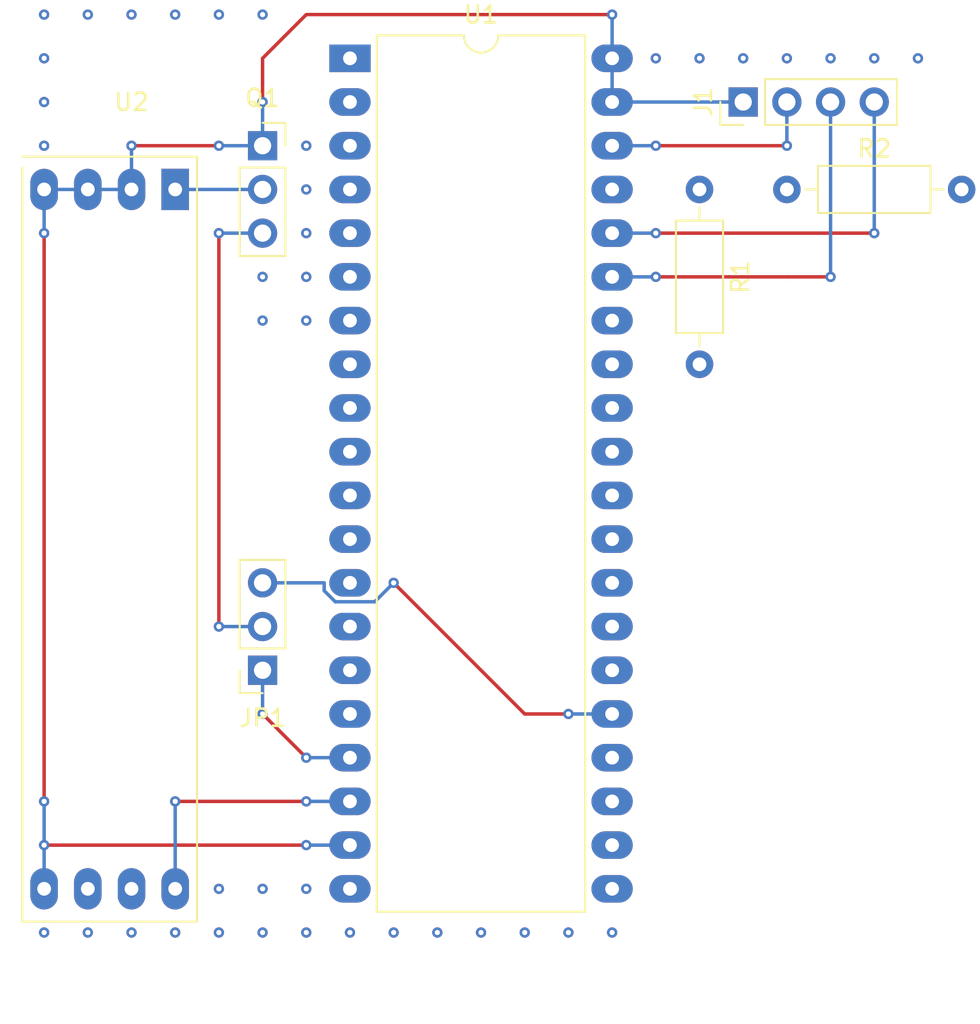
<source format=kicad_pcb>
(kicad_pcb (version 20240108) (generator "pcbnew") (generator_version "8.0")
  (layers (0 "F.Cu" signal) (31 "B.Cu" signal) (34 "B.Paste" user) (35 "F.Paste" user) (36 "B.SilkS" user "B.Silkscreen") (37 "F.SilkS" user "F.Silkscreen") (38 "B.Mask" user) (39 "F.Mask" user) (44 "Edge.Cuts" user))
  (net 0 "")
  (net 1 "Net-(JP1-A)")
  (net 2 "Net-(JP1-C)")
  (net 3 "Net-(JP1-B)")
  (net 4 "Net-(Q1-G)")
  (net 22 "Net-(U1-5V)")
  (net 39 "GND")
  (net 40 "Net-(J1-Pin_4)")
  (net 41 "Net-(J1-Pin_2)")
  (net 42 "Net-(J1-Pin_3)")
  (footprint "Connector_PinSocket_2.54mm:PinSocket_1x03_P2.54mm_Vertical" (layer "F.Cu") (at 111.76 43.18)
    (property "Reference" "Q1" (at 0 -2.77 0) (layer "F.SilkS"))
    (property "Value" "2N7000")
    (fp_line (start -1.33 1.27) (end -1.33 6.41) (stroke (width 0.12)) (layer "F.SilkS"))
    (fp_line (start -1.33 1.27) (end 1.33 1.27) (stroke (width 0.12)) (layer "F.SilkS"))
    (fp_line (start -1.33 6.41) (end 1.33 6.41) (stroke (width 0.12)) (layer "F.SilkS"))
    (fp_line (start 0 -1.33) (end 1.33 -1.33) (stroke (width 0.12)) (layer "F.SilkS"))
    (fp_line (start 1.33 -1.33) (end 1.33 0) (stroke (width 0.12)) (layer "F.SilkS"))
    (fp_line (start 1.33 1.27) (end 1.33 6.41) (stroke (width 0.12)) (layer "F.SilkS"))
    (pad "1" thru_hole rect (at 0 0) (size 1.7 1.7) (drill 1) (layers "*.Cu" "*.Mask") (net 39 "GND"))
    (pad "2" thru_hole oval (at 0 2.54) (size 1.7 1.7) (drill 1) (layers "*.Cu" "*.Mask") (net 4 "Net-(Q1-G)"))
    (pad "3" thru_hole oval (at 0 5.08) (size 1.7 1.7) (drill 1) (layers "*.Cu" "*.Mask") (net 2 "Net-(JP1-C)"))
  )
  (footprint "Connector_PinHeader_2.54mm:PinHeader_1x04_P2.54mm_Vertical" (layer "F.Cu") (at 139.7 40.64 90)
    (property "Reference" "J1" (at 0 -2.33 90) (layer "F.SilkS"))
    (property "Value" "Conn_01x04")
    (fp_line (start -1.33 -1.33) (end 0 -1.33) (stroke (width 0.12)) (layer "F.SilkS"))
    (fp_line (start -1.33 0) (end -1.33 -1.33) (stroke (width 0.12)) (layer "F.SilkS"))
    (fp_line (start 1.33 1.27) (end 1.33 8.95) (stroke (width 0.12)) (layer "F.SilkS"))
    (fp_line (start -1.33 1.27) (end 1.33 1.27) (stroke (width 0.12)) (layer "F.SilkS"))
    (fp_line (start -1.33 1.27) (end -1.33 8.95) (stroke (width 0.12)) (layer "F.SilkS"))
    (fp_line (start -1.33 8.95) (end 1.33 8.95) (stroke (width 0.12)) (layer "F.SilkS"))
    (pad "1" thru_hole rect (at 0 0 90) (size 1.7 1.7) (drill 1) (layers "*.Cu" "*.Mask") (net 39 "GND"))
    (pad "2" thru_hole oval (at 0 2.54 90) (size 1.7 1.7) (drill 1) (layers "*.Cu" "*.Mask") (net 41 "Net-(J1-Pin_2)"))
    (pad "3" thru_hole oval (at 0 5.08 90) (size 1.7 1.7) (drill 1) (layers "*.Cu" "*.Mask") (net 42 "Net-(J1-Pin_3)"))
    (pad "4" thru_hole oval (at 0 7.62 90) (size 1.7 1.7) (drill 1) (layers "*.Cu" "*.Mask") (net 40 "Net-(J1-Pin_4)"))
  )
  (footprint "Resistor_THT:R_Axial_DIN0207_L6.3mm_D2.5mm_P10.16mm_Horizontal" (layer "F.Cu") (at 137.16 45.72 -90)
    (property "Reference" "R1" (at 5.08 -2.37 90) (layer "F.SilkS"))
    (property "Value" "3k3")
    (fp_line (start 1.81 1.37) (end 8.35 1.37) (stroke (width 0.12)) (layer "F.SilkS"))
    (fp_line (start 8.35 1.37) (end 8.35 -1.37) (stroke (width 0.12)) (layer "F.SilkS"))
    (fp_line (start 1.04 0) (end 1.81 0) (stroke (width 0.12)) (layer "F.SilkS"))
    (fp_line (start 9.12 0) (end 8.35 0) (stroke (width 0.12)) (layer "F.SilkS"))
    (fp_line (start 1.81 -1.37) (end 1.81 1.37) (stroke (width 0.12)) (layer "F.SilkS"))
    (fp_line (start 8.35 -1.37) (end 1.81 -1.37) (stroke (width 0.12)) (layer "F.SilkS"))
    (pad "1" thru_hole circle (at 0 0 270) (size 1.6 1.6) (drill 0.8) (layers "*.Cu" "*.Mask") (net 41 "Net-(J1-Pin_2)"))
    (pad "2" thru_hole oval (at 10.16 0 270) (size 1.6 1.6) (drill 0.8) (layers "*.Cu" "*.Mask") (net 40 "Net-(J1-Pin_4)"))
  )
  (footprint "stm32_ltc_decoder:BluePill (STM32F103C8T6)" (layer "F.Cu") (at 124.46 35.56)
    (property "Reference" "U1" (at 0 0 0) (layer "F.SilkS"))
    (property "Value" "~")
    (fp_line (start -6.06 1.21) (end -6.06 52.13) (stroke (width 0.12)) (layer "F.SilkS"))
    (fp_line (start -6.06 52.13) (end 6.06 52.13) (stroke (width 0.12)) (layer "F.SilkS"))
    (fp_line (start -1 1.21) (end -6.06 1.21) (stroke (width 0.12)) (layer "F.SilkS"))
    (fp_line (start 6.06 1.21) (end 1 1.21) (stroke (width 0.12)) (layer "F.SilkS"))
    (fp_line (start 6.06 52.13) (end 6.06 1.21) (stroke (width 0.12)) (layer "F.SilkS"))
    (fp_arc (start 1 1.21) (mid 0 2.21) (end -1 1.21) (stroke (width 0.12)) (layer "F.SilkS"))
    (pad "1" thru_hole rect (at -7.62 2.54) (size 2.4 1.6) (drill 0.8) (layers "*.Cu" "*.Mask"))
    (pad "2" thru_hole oval (at -7.62 5.08) (size 2.4 1.6) (drill 0.8) (layers "*.Cu" "*.Mask"))
    (pad "3" thru_hole oval (at -7.62 7.62) (size 2.4 1.6) (drill 0.8) (layers "*.Cu" "*.Mask"))
    (pad "4" thru_hole oval (at -7.62 10.16) (size 2.4 1.6) (drill 0.8) (layers "*.Cu" "*.Mask"))
    (pad "5" thru_hole oval (at -7.62 12.7) (size 2.4 1.6) (drill 0.8) (layers "*.Cu" "*.Mask"))
    (pad "6" thru_hole oval (at -7.62 15.24) (size 2.4 1.6) (drill 0.8) (layers "*.Cu" "*.Mask"))
    (pad "7" thru_hole oval (at -7.62 17.78) (size 2.4 1.6) (drill 0.8) (layers "*.Cu" "*.Mask"))
    (pad "8" thru_hole oval (at -7.62 20.32) (size 2.4 1.6) (drill 0.8) (layers "*.Cu" "*.Mask"))
    (pad "9" thru_hole oval (at -7.62 22.86) (size 2.4 1.6) (drill 0.8) (layers "*.Cu" "*.Mask"))
    (pad "10" thru_hole oval (at -7.62 25.4) (size 2.4 1.6) (drill 0.8) (layers "*.Cu" "*.Mask"))
    (pad "11" thru_hole oval (at -7.62 27.94) (size 2.4 1.6) (drill 0.8) (layers "*.Cu" "*.Mask"))
    (pad "12" thru_hole oval (at -7.62 30.48) (size 2.4 1.6) (drill 0.8) (layers "*.Cu" "*.Mask"))
    (pad "13" thru_hole oval (at -7.62 33.02) (size 2.4 1.6) (drill 0.8) (layers "*.Cu" "*.Mask"))
    (pad "14" thru_hole oval (at -7.62 35.56) (size 2.4 1.6) (drill 0.8) (layers "*.Cu" "*.Mask"))
    (pad "15" thru_hole oval (at -7.62 38.1) (size 2.4 1.6) (drill 0.8) (layers "*.Cu" "*.Mask"))
    (pad "16" thru_hole oval (at -7.62 40.64) (size 2.4 1.6) (drill 0.8) (layers "*.Cu" "*.Mask"))
    (pad "17" thru_hole oval (at -7.62 43.18) (size 2.4 1.6) (drill 0.8) (layers "*.Cu" "*.Mask") (net 1 "Net-(JP1-A)"))
    (pad "18" thru_hole oval (at -7.62 45.72) (size 2.4 1.6) (drill 0.8) (layers "*.Cu" "*.Mask") (net 22 "Net-(U1-5V)"))
    (pad "19" thru_hole oval (at -7.62 48.26) (size 2.4 1.6) (drill 0.8) (layers "*.Cu" "*.Mask") (net 39 "GND"))
    (pad "20" thru_hole oval (at -7.62 50.8) (size 2.4 1.6) (drill 0.8) (layers "*.Cu" "*.Mask"))
    (pad "21" thru_hole oval (at 7.62 50.8) (size 2.4 1.6) (drill 0.8) (layers "*.Cu" "*.Mask"))
    (pad "22" thru_hole oval (at 7.62 48.26) (size 2.4 1.6) (drill 0.8) (layers "*.Cu" "*.Mask"))
    (pad "23" thru_hole oval (at 7.62 45.72) (size 2.4 1.6) (drill 0.8) (layers "*.Cu" "*.Mask"))
    (pad "24" thru_hole oval (at 7.62 43.18) (size 2.4 1.6) (drill 0.8) (layers "*.Cu" "*.Mask"))
    (pad "25" thru_hole oval (at 7.62 40.64) (size 2.4 1.6) (drill 0.8) (layers "*.Cu" "*.Mask") (net 3 "Net-(JP1-B)"))
    (pad "26" thru_hole oval (at 7.62 38.1) (size 2.4 1.6) (drill 0.8) (layers "*.Cu" "*.Mask"))
    (pad "27" thru_hole oval (at 7.62 35.56) (size 2.4 1.6) (drill 0.8) (layers "*.Cu" "*.Mask"))
    (pad "28" thru_hole oval (at 7.62 33.02) (size 2.4 1.6) (drill 0.8) (layers "*.Cu" "*.Mask"))
    (pad "29" thru_hole oval (at 7.62 30.48) (size 2.4 1.6) (drill 0.8) (layers "*.Cu" "*.Mask"))
    (pad "30" thru_hole oval (at 7.62 27.94) (size 2.4 1.6) (drill 0.8) (layers "*.Cu" "*.Mask"))
    (pad "31" thru_hole oval (at 7.62 25.4) (size 2.4 1.6) (drill 0.8) (layers "*.Cu" "*.Mask"))
    (pad "32" thru_hole oval (at 7.62 22.86) (size 2.4 1.6) (drill 0.8) (layers "*.Cu" "*.Mask"))
    (pad "33" thru_hole oval (at 7.62 20.32) (size 2.4 1.6) (drill 0.8) (layers "*.Cu" "*.Mask"))
    (pad "34" thru_hole oval (at 7.62 17.78) (size 2.4 1.6) (drill 0.8) (layers "*.Cu" "*.Mask"))
    (pad "35" thru_hole oval (at 7.62 15.24) (size 2.4 1.6) (drill 0.8) (layers "*.Cu" "*.Mask") (net 42 "Net-(J1-Pin_3)"))
    (pad "36" thru_hole oval (at 7.62 12.7) (size 2.4 1.6) (drill 0.8) (layers "*.Cu" "*.Mask") (net 40 "Net-(J1-Pin_4)"))
    (pad "37" thru_hole oval (at 7.62 10.16) (size 2.4 1.6) (drill 0.8) (layers "*.Cu" "*.Mask"))
    (pad "38" thru_hole oval (at 7.62 7.62) (size 2.4 1.6) (drill 0.8) (layers "*.Cu" "*.Mask") (net 41 "Net-(J1-Pin_2)"))
    (pad "39" thru_hole oval (at 7.62 5.08) (size 2.4 1.6) (drill 0.8) (layers "*.Cu" "*.Mask") (net 39 "GND"))
    (pad "40" thru_hole oval (at 7.62 2.54) (size 2.4 1.6) (drill 0.8) (layers "*.Cu" "*.Mask") (net 39 "GND"))
  )
  (footprint "Resistor_THT:R_Axial_DIN0207_L6.3mm_D2.5mm_P10.16mm_Horizontal" (layer "F.Cu") (at 142.24 45.72)
    (property "Reference" "R2" (at 5.08 -2.37 360) (layer "F.SilkS"))
    (property "Value" "3k3")
    (fp_line (start 1.04 0) (end 1.81 0) (stroke (width 0.12)) (layer "F.SilkS"))
    (fp_line (start 1.81 -1.37) (end 1.81 1.37) (stroke (width 0.12)) (layer "F.SilkS"))
    (fp_line (start 1.81 1.37) (end 8.35 1.37) (stroke (width 0.12)) (layer "F.SilkS"))
    (fp_line (start 8.35 -1.37) (end 1.81 -1.37) (stroke (width 0.12)) (layer "F.SilkS"))
    (fp_line (start 8.35 1.37) (end 8.35 -1.37) (stroke (width 0.12)) (layer "F.SilkS"))
    (fp_line (start 9.12 0) (end 8.35 0) (stroke (width 0.12)) (layer "F.SilkS"))
    (pad "1" thru_hole circle (at 0 0) (size 1.6 1.6) (drill 0.8) (layers "*.Cu" "*.Mask") (net 41 "Net-(J1-Pin_2)"))
    (pad "2" thru_hole oval (at 10.16 0) (size 1.6 1.6) (drill 0.8) (layers "*.Cu" "*.Mask") (net 42 "Net-(J1-Pin_3)"))
  )
  (footprint "stm32_ltc_decoder:RS485_MODULE" (layer "F.Cu") (at 104.14 40.64)
    (property "Reference" "U2" (at 0 0 0) (layer "F.SilkS"))
    (property "Value" "~")
    (fp_line (start -6.35 3.81) (end -6.35 47.625) (stroke (width 0.12)) (layer "F.SilkS"))
    (fp_line (start -6.35 47.625) (end 3.81 47.625) (stroke (width 0.12)) (layer "F.SilkS"))
    (fp_line (start 3.81 3.175) (end -6.35 3.175) (stroke (width 0.12)) (layer "F.SilkS"))
    (fp_line (start 3.81 47.625) (end 3.81 3.175) (stroke (width 0.12)) (layer "F.SilkS"))
    (pad "1" thru_hole rect (at 2.54 5.08 270) (size 2.4 1.6) (drill 0.8) (layers "*.Cu" "*.Mask") (net 4 "Net-(Q1-G)"))
    (pad "2" thru_hole oval (at 0 5.08 90) (size 2.4 1.6) (drill 0.8) (layers "*.Cu" "*.Mask") (net 39 "GND"))
    (pad "3" thru_hole oval (at -2.54 5.08 270) (size 2.4 1.6) (drill 0.8) (layers "*.Cu" "*.Mask") (net 39 "GND"))
    (pad "4" thru_hole oval (at -5.08 5.08 90) (size 2.4 1.6) (drill 0.8) (layers "*.Cu" "*.Mask") (net 39 "GND"))
    (pad "5" thru_hole oval (at -5.08 45.72 90) (size 2.4 1.6) (drill 0.8) (layers "*.Cu" "*.Mask") (net 39 "GND"))
    (pad "6" thru_hole oval (at -2.54 45.72 90) (size 2.4 1.6) (drill 0.8) (layers "*.Cu" "*.Mask"))
    (pad "7" thru_hole oval (at 0 45.72 90) (size 2.4 1.6) (drill 0.8) (layers "*.Cu" "*.Mask"))
    (pad "8" thru_hole oval (at 2.54 45.72 90) (size 2.4 1.6) (drill 0.8) (layers "*.Cu" "*.Mask") (net 22 "Net-(U1-5V)"))
  )
  (footprint "Connector_PinSocket_2.54mm:PinSocket_1x03_P2.54mm_Vertical" (layer "F.Cu") (at 111.76 73.66 180)
    (property "Reference" "JP1" (at 0 -2.77 0) (layer "F.SilkS"))
    (property "Value" "Jumper_3_Bridged12")
    (fp_line (start 1.33 1.27) (end 1.33 6.41) (stroke (width 0.12)) (layer "F.SilkS"))
    (fp_line (start 1.33 -1.33) (end 1.33 0) (stroke (width 0.12)) (layer "F.SilkS"))
    (fp_line (start 0 -1.33) (end 1.33 -1.33) (stroke (width 0.12)) (layer "F.SilkS"))
    (fp_line (start -1.33 6.41) (end 1.33 6.41) (stroke (width 0.12)) (layer "F.SilkS"))
    (fp_line (start -1.33 1.27) (end 1.33 1.27) (stroke (width 0.12)) (layer "F.SilkS"))
    (fp_line (start -1.33 1.27) (end -1.33 6.41) (stroke (width 0.12)) (layer "F.SilkS"))
    (pad "1" thru_hole rect (at 0 0 180) (size 1.7 1.7) (drill 1) (layers "*.Cu" "*.Mask") (net 1 "Net-(JP1-A)"))
    (pad "2" thru_hole oval (at 0 2.54 180) (size 1.7 1.7) (drill 1) (layers "*.Cu" "*.Mask") (net 2 "Net-(JP1-C)"))
    (pad "3" thru_hole oval (at 0 5.08 180) (size 1.7 1.7) (drill 1) (layers "*.Cu" "*.Mask") (net 3 "Net-(JP1-B)"))
  )
  (via (at 114.3 50.8) (size 0.6) (drill 0.3) (layers "F.Cu" "B.Cu") (net 0))
  (via (at 101.6 35.56) (size 0.6) (drill 0.3) (layers "F.Cu" "B.Cu") (net 0))
  (via (at 142.24 38.1) (size 0.6) (drill 0.3) (layers "F.Cu" "B.Cu") (net 0))
  (via (at 111.76 53.34) (size 0.6) (drill 0.3) (layers "F.Cu" "B.Cu") (net 0))
  (via (at 109.22 88.9) (size 0.6) (drill 0.3) (layers "F.Cu" "B.Cu") (net 0))
  (via (at 109.22 86.36) (size 0.6) (drill 0.3) (layers "F.Cu" "B.Cu") (net 0))
  (via (at 114.3 45.72) (size 0.6) (drill 0.3) (layers "F.Cu" "B.Cu") (net 0))
  (via (at 114.3 88.9) (size 0.6) (drill 0.3) (layers "F.Cu" "B.Cu") (net 0))
  (via (at 104.14 88.9) (size 0.6) (drill 0.3) (layers "F.Cu" "B.Cu") (net 0))
  (via (at 149.86 38.1) (size 0.6) (drill 0.3) (layers "F.Cu" "B.Cu") (net 0))
  (via (at 101.6 88.9) (size 0.6) (drill 0.3) (layers "F.Cu" "B.Cu") (net 0))
  (via (at 116.84 88.9) (size 0.6) (drill 0.3) (layers "F.Cu" "B.Cu") (net 0))
  (via (at 111.76 35.56) (size 0.6) (drill 0.3) (layers "F.Cu" "B.Cu") (net 0))
  (via (at 99.06 88.9) (size 0.6) (drill 0.3) (layers "F.Cu" "B.Cu") (net 0))
  (via (at 144.78 38.1) (size 0.6) (drill 0.3) (layers "F.Cu" "B.Cu") (net 0))
  (via (at 106.68 88.9) (size 0.6) (drill 0.3) (layers "F.Cu" "B.Cu") (net 0))
  (via (at 111.76 86.36) (size 0.6) (drill 0.3) (layers "F.Cu" "B.Cu") (net 0))
  (via (at 129.54 88.9) (size 0.6) (drill 0.3) (layers "F.Cu" "B.Cu") (net 0))
  (via (at 134.62 38.1) (size 0.6) (drill 0.3) (layers "F.Cu" "B.Cu") (net 0))
  (via (at 99.06 38.1) (size 0.6) (drill 0.3) (layers "F.Cu" "B.Cu") (net 0))
  (via (at 139.7 38.1) (size 0.6) (drill 0.3) (layers "F.Cu" "B.Cu") (net 0))
  (via (at 132.08 88.9) (size 0.6) (drill 0.3) (layers "F.Cu" "B.Cu") (net 0))
  (via (at 124.46 88.9) (size 0.6) (drill 0.3) (layers "F.Cu" "B.Cu") (net 0))
  (via (at 106.68 35.56) (size 0.6) (drill 0.3) (layers "F.Cu" "B.Cu") (net 0))
  (via (at 111.76 50.8) (size 0.6) (drill 0.3) (layers "F.Cu" "B.Cu") (net 0))
  (via (at 137.16 38.1) (size 0.6) (drill 0.3) (layers "F.Cu" "B.Cu") (net 0))
  (via (at 147.32 38.1) (size 0.6) (drill 0.3) (layers "F.Cu" "B.Cu") (net 0))
  (via (at 114.3 48.26) (size 0.6) (drill 0.3) (layers "F.Cu" "B.Cu") (net 0))
  (via (at 99.06 43.18) (size 0.6) (drill 0.3) (layers "F.Cu" "B.Cu") (net 0))
  (via (at 119.38 88.9) (size 0.6) (drill 0.3) (layers "F.Cu" "B.Cu") (net 0))
  (via (at 114.3 86.36) (size 0.6) (drill 0.3) (layers "F.Cu" "B.Cu") (net 0))
  (via (at 114.3 53.34) (size 0.6) (drill 0.3) (layers "F.Cu" "B.Cu") (net 0))
  (via (at 104.14 35.56) (size 0.6) (drill 0.3) (layers "F.Cu" "B.Cu") (net 0))
  (via (at 127 88.9) (size 0.6) (drill 0.3) (layers "F.Cu" "B.Cu") (net 0))
  (via (at 109.22 35.56) (size 0.6) (drill 0.3) (layers "F.Cu" "B.Cu") (net 0))
  (via (at 121.92 88.9) (size 0.6) (drill 0.3) (layers "F.Cu" "B.Cu") (net 0))
  (via (at 99.06 40.64) (size 0.6) (drill 0.3) (layers "F.Cu" "B.Cu") (net 0))
  (via (at 99.06 35.56) (size 0.6) (drill 0.3) (layers "F.Cu" "B.Cu") (net 0))
  (via (at 114.3 43.18) (size 0.6) (drill 0.3) (layers "F.Cu" "B.Cu") (net 0))
  (via (at 111.76 88.9) (size 0.6) (drill 0.3) (layers "F.Cu" "B.Cu") (net 0))
  (segment (start 114.3 78.74) (end 111.76 76.2) (width 0.2) (layer "F.Cu") (net 1))
  (via (at 111.76 76.2) (size 0.6) (drill 0.3) (layers "F.Cu" "B.Cu") (net 1))
  (via (at 114.3 78.74) (size 0.6) (drill 0.3) (layers "F.Cu" "B.Cu") (net 1))
  (segment (start 111.76 76.2) (end 111.76 73.66) (width 0.2) (layer "B.Cu") (net 1))
  (segment (start 116.84 78.74) (end 114.3 78.74) (width 0.2) (layer "B.Cu") (net 1))
  (segment (start 109.22 48.26) (end 109.22 71.12) (width 0.2) (layer "F.Cu") (net 2))
  (via (at 109.22 71.12) (size 0.6) (drill 0.3) (layers "F.Cu" "B.Cu") (net 2))
  (via (at 109.22 48.26) (size 0.6) (drill 0.3) (layers "F.Cu" "B.Cu") (net 2))
  (segment (start 111.76 71.12) (end 109.22 71.12) (width 0.2) (layer "B.Cu") (net 2))
  (segment (start 111.76 48.26) (end 109.22 48.26) (width 0.2) (layer "B.Cu") (net 2))
  (segment (start 127 76.2) (end 129.54 76.2) (width 0.2) (layer "F.Cu") (net 3))
  (segment (start 119.38 68.58) (end 127 76.2) (width 0.2) (layer "F.Cu") (net 3))
  (via (at 129.54 76.2) (size 0.6) (drill 0.3) (layers "F.Cu" "B.Cu") (net 3))
  (via (at 119.38 68.58) (size 0.6) (drill 0.3) (layers "F.Cu" "B.Cu") (net 3))
  (segment (start 111.76 68.58) (end 115.34 68.58) (width 0.2) (layer "B.Cu") (net 3))
  (segment (start 118.28 69.68) (end 119.38 68.58) (width 0.2) (layer "B.Cu") (net 3))
  (segment (start 115.34 69.035635) (end 115.984365 69.68) (width 0.2) (layer "B.Cu") (net 3))
  (segment (start 115.34 68.58) (end 115.34 69.035635) (width 0.2) (layer "B.Cu") (net 3))
  (segment (start 115.984365 69.68) (end 118.28 69.68) (width 0.2) (layer "B.Cu") (net 3))
  (segment (start 129.54 76.2) (end 132.08 76.2) (width 0.2) (layer "B.Cu") (net 3))
  (segment (start 111.76 45.72) (end 106.68 45.72) (width 0.2) (layer "B.Cu") (net 4))
  (segment (start 114.3 81.28) (end 106.68 81.28) (width 0.2) (layer "F.Cu") (net 22))
  (via (at 106.68 81.28) (size 0.6) (drill 0.3) (layers "F.Cu" "B.Cu") (net 22))
  (via (at 106.68 86.36) (size 0.6) (drill 0.3) (layers "F.Cu" "B.Cu") (net 22))
  (via (at 114.3 81.28) (size 0.6) (drill 0.3) (layers "F.Cu" "B.Cu") (net 22))
  (segment (start 106.68 81.28) (end 106.68 86.36) (width 0.2) (layer "B.Cu") (net 22))
  (segment (start 116.84 81.28) (end 114.3 81.28) (width 0.2) (layer "B.Cu") (net 22))
  (segment (start 132.08 35.56) (end 114.3 35.56) (width 0.2) (layer "F.Cu") (net 39))
  (segment (start 109.22 43.18) (end 104.14 43.18) (width 0.2) (layer "F.Cu") (net 39))
  (segment (start 111.76 38.1) (end 111.76 40.64) (width 0.2) (layer "F.Cu") (net 39))
  (segment (start 114.3 83.82) (end 99.06 83.82) (width 0.2) (layer "F.Cu") (net 39))
  (segment (start 114.3 35.56) (end 111.76 38.1) (width 0.2) (layer "F.Cu") (net 39))
  (segment (start 99.06 81.28) (end 99.06 48.26) (width 0.2) (layer "F.Cu") (net 39))
  (via (at 104.14 43.18) (size 0.6) (drill 0.3) (layers "F.Cu" "B.Cu") (net 39))
  (via (at 111.76 40.64) (size 0.6) (drill 0.3) (layers "F.Cu" "B.Cu") (net 39))
  (via (at 99.06 48.26) (size 0.6) (drill 0.3) (layers "F.Cu" "B.Cu") (net 39))
  (via (at 99.06 81.28) (size 0.6) (drill 0.3) (layers "F.Cu" "B.Cu") (net 39))
  (via (at 132.08 35.56) (size 0.6) (drill 0.3) (layers "F.Cu" "B.Cu") (net 39))
  (via (at 109.22 43.18) (size 0.6) (drill 0.3) (layers "F.Cu" "B.Cu") (net 39))
  (via (at 114.3 83.82) (size 0.6) (drill 0.3) (layers "F.Cu" "B.Cu") (net 39))
  (via (at 99.06 83.82) (size 0.6) (drill 0.3) (layers "F.Cu" "B.Cu") (net 39))
  (segment (start 132.08 40.64) (end 139.7 40.64) (width 0.2) (layer "B.Cu") (net 39))
  (segment (start 111.76 43.18) (end 111.76 40.64) (width 0.2) (layer "B.Cu") (net 39))
  (segment (start 111.76 43.18) (end 109.22 43.18) (width 0.2) (layer "B.Cu") (net 39))
  (segment (start 132.08 40.64) (end 132.08 38.1) (width 0.2) (layer "B.Cu") (net 39))
  (segment (start 132.08 38.1) (end 132.08 35.56) (width 0.2) (layer "B.Cu") (net 39))
  (segment (start 104.14 43.18) (end 104.14 45.72) (width 0.2) (layer "B.Cu") (net 39))
  (segment (start 99.06 45.72) (end 99.06 48.26) (width 0.2) (layer "B.Cu") (net 39))
  (segment (start 104.14 45.72) (end 101.6 45.72) (width 0.2) (layer "B.Cu") (net 39))
  (segment (start 116.84 83.82) (end 114.3 83.82) (width 0.2) (layer "B.Cu") (net 39))
  (segment (start 101.6 45.72) (end 99.06 45.72) (width 0.2) (layer "B.Cu") (net 39))
  (segment (start 99.06 83.82) (end 99.06 81.28) (width 0.2) (layer "B.Cu") (net 39))
  (segment (start 99.06 83.82) (end 99.06 86.36) (width 0.2) (layer "B.Cu") (net 39))
  (segment (start 134.62 48.26) (end 147.32 48.26) (width 0.2) (layer "F.Cu") (net 40))
  (via (at 147.32 48.26) (size 0.6) (drill 0.3) (layers "F.Cu" "B.Cu") (net 40))
  (via (at 134.62 48.26) (size 0.6) (drill 0.3) (layers "F.Cu" "B.Cu") (net 40))
  (segment (start 132.08 48.26) (end 134.62 48.26) (width 0.2) (layer "B.Cu") (net 40))
  (segment (start 147.32 48.26) (end 147.32 40.64) (width 0.2) (layer "B.Cu") (net 40))
  (segment (start 134.62 43.18) (end 142.24 43.18) (width 0.2) (layer "F.Cu") (net 41))
  (via (at 142.24 43.18) (size 0.6) (drill 0.3) (layers "F.Cu" "B.Cu") (net 41))
  (via (at 134.62 43.18) (size 0.6) (drill 0.3) (layers "F.Cu" "B.Cu") (net 41))
  (segment (start 132.08 43.18) (end 134.62 43.18) (width 0.2) (layer "B.Cu") (net 41))
  (segment (start 142.24 40.64) (end 142.24 43.18) (width 0.2) (layer "B.Cu") (net 41))
  (segment (start 142.24 50.8) (end 144.78 50.8) (width 0.2) (layer "F.Cu") (net 42))
  (segment (start 134.62 50.8) (end 142.24 50.8) (width 0.2) (layer "F.Cu") (net 42))
  (via (at 134.62 50.8) (size 0.6) (drill 0.3) (layers "F.Cu" "B.Cu") (net 42))
  (via (at 144.78 50.8) (size 0.6) (drill 0.3) (layers "F.Cu" "B.Cu") (net 42))
  (segment (start 144.78 50.8) (end 144.78 40.64) (width 0.2) (layer "B.Cu") (net 42))
  (segment (start 132.08 50.8) (end 134.62 50.8) (width 0.2) (layer "B.Cu") (net 42))
)
</source>
